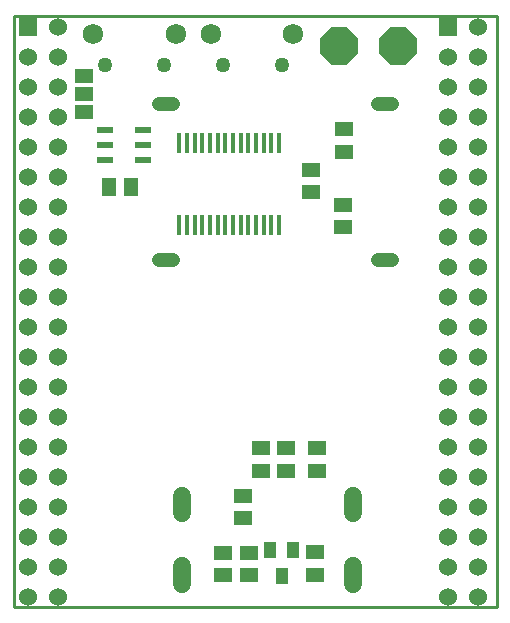
<source format=gbs>
G75*
%MOIN*%
%OFA0B0*%
%FSLAX25Y25*%
%IPPOS*%
%LPD*%
%AMOC8*
5,1,8,0,0,1.08239X$1,22.5*
%
%ADD10C,0.01000*%
%ADD11C,0.06000*%
%ADD12R,0.06000X0.06000*%
%ADD13R,0.05236X0.02087*%
%ADD14R,0.05118X0.05906*%
%ADD15C,0.06791*%
%ADD16C,0.05020*%
%ADD17C,0.04724*%
%ADD18R,0.06300X0.04600*%
%ADD19OC8,0.12500*%
%ADD20R,0.01370X0.07087*%
%ADD21C,0.05900*%
%ADD22C,0.00000*%
%ADD23C,0.03543*%
%ADD24R,0.05906X0.05118*%
%ADD25R,0.03937X0.05512*%
%ADD26R,0.06299X0.05118*%
D10*
X0045031Y0019923D02*
X0045031Y0216673D01*
X0206031Y0216673D01*
X0206031Y0019923D01*
X0045031Y0019923D01*
D11*
X0049952Y0023159D03*
X0049952Y0033159D03*
X0059952Y0033159D03*
X0059952Y0023159D03*
X0059952Y0043159D03*
X0049952Y0043159D03*
X0049952Y0053159D03*
X0049952Y0063159D03*
X0059952Y0063159D03*
X0059952Y0053159D03*
X0059952Y0073159D03*
X0049952Y0073159D03*
X0049952Y0083159D03*
X0059952Y0083159D03*
X0059952Y0093159D03*
X0049952Y0093159D03*
X0049952Y0103159D03*
X0049952Y0113159D03*
X0059952Y0113159D03*
X0059952Y0103159D03*
X0059952Y0123159D03*
X0049952Y0123159D03*
X0049952Y0133159D03*
X0059952Y0133159D03*
X0059952Y0143159D03*
X0049952Y0143159D03*
X0049952Y0153159D03*
X0049952Y0163159D03*
X0059952Y0163159D03*
X0059952Y0153159D03*
X0059952Y0173159D03*
X0049952Y0173159D03*
X0049952Y0183159D03*
X0059952Y0183159D03*
X0059952Y0193159D03*
X0049952Y0193159D03*
X0049952Y0203159D03*
X0059952Y0203159D03*
X0059952Y0213159D03*
X0189952Y0203159D03*
X0189952Y0193159D03*
X0199952Y0193159D03*
X0199952Y0203159D03*
X0199952Y0213159D03*
X0199952Y0183159D03*
X0189952Y0183159D03*
X0189952Y0173159D03*
X0199952Y0173159D03*
X0199952Y0163159D03*
X0189952Y0163159D03*
X0189952Y0153159D03*
X0189952Y0143159D03*
X0199952Y0143159D03*
X0199952Y0153159D03*
X0199952Y0133159D03*
X0189952Y0133159D03*
X0189952Y0123159D03*
X0199952Y0123159D03*
X0199952Y0113159D03*
X0189952Y0113159D03*
X0189952Y0103159D03*
X0189952Y0093159D03*
X0199952Y0093159D03*
X0199952Y0103159D03*
X0199952Y0083159D03*
X0189952Y0083159D03*
X0189952Y0073159D03*
X0199952Y0073159D03*
X0199952Y0063159D03*
X0189952Y0063159D03*
X0189952Y0053159D03*
X0189952Y0043159D03*
X0199952Y0043159D03*
X0199952Y0053159D03*
X0199952Y0033159D03*
X0189952Y0033159D03*
X0189952Y0023159D03*
X0199952Y0023159D03*
D12*
X0189952Y0213159D03*
X0049952Y0213159D03*
D13*
X0075431Y0178773D03*
X0075431Y0173773D03*
X0075431Y0168773D03*
X0088031Y0168773D03*
X0088031Y0173773D03*
X0088031Y0178773D03*
D14*
X0084221Y0159823D03*
X0076741Y0159823D03*
D15*
X0071552Y0210797D03*
X0099111Y0210797D03*
X0110752Y0210797D03*
X0138311Y0210797D03*
D16*
X0134374Y0200462D03*
X0114689Y0200462D03*
X0095174Y0200462D03*
X0075489Y0200462D03*
D17*
X0093369Y0187523D02*
X0098093Y0187523D01*
X0098093Y0135523D02*
X0093369Y0135523D01*
X0166369Y0135523D02*
X0171093Y0135523D01*
X0171093Y0187523D02*
X0166369Y0187523D01*
D18*
X0068431Y0184923D03*
X0068431Y0190923D03*
X0068431Y0196923D03*
D19*
X0153575Y0206923D03*
X0173260Y0206923D03*
D20*
X0133472Y0174429D03*
X0130913Y0174429D03*
X0128354Y0174429D03*
X0125795Y0174429D03*
X0123236Y0174429D03*
X0120677Y0174429D03*
X0118118Y0174429D03*
X0115559Y0174429D03*
X0113000Y0174429D03*
X0110441Y0174429D03*
X0107882Y0174429D03*
X0105323Y0174429D03*
X0102763Y0174429D03*
X0100204Y0174429D03*
X0100204Y0147216D03*
X0102763Y0147216D03*
X0105323Y0147216D03*
X0107882Y0147216D03*
X0110441Y0147216D03*
X0113000Y0147216D03*
X0115559Y0147216D03*
X0118118Y0147216D03*
X0120677Y0147216D03*
X0123236Y0147216D03*
X0125795Y0147216D03*
X0128354Y0147216D03*
X0130913Y0147216D03*
X0133472Y0147216D03*
D21*
X0158275Y0056971D02*
X0158275Y0051071D01*
X0158275Y0033506D02*
X0158275Y0027606D01*
X0101188Y0027606D02*
X0101188Y0033506D01*
X0101188Y0051071D02*
X0101188Y0056971D01*
D22*
X0099416Y0056974D02*
X0099418Y0057058D01*
X0099424Y0057141D01*
X0099434Y0057224D01*
X0099448Y0057307D01*
X0099465Y0057389D01*
X0099487Y0057470D01*
X0099512Y0057549D01*
X0099541Y0057628D01*
X0099574Y0057705D01*
X0099610Y0057780D01*
X0099650Y0057854D01*
X0099693Y0057926D01*
X0099740Y0057995D01*
X0099790Y0058062D01*
X0099843Y0058127D01*
X0099899Y0058189D01*
X0099957Y0058249D01*
X0100019Y0058306D01*
X0100083Y0058359D01*
X0100150Y0058410D01*
X0100219Y0058457D01*
X0100290Y0058502D01*
X0100363Y0058542D01*
X0100438Y0058579D01*
X0100515Y0058613D01*
X0100593Y0058643D01*
X0100672Y0058669D01*
X0100753Y0058692D01*
X0100835Y0058710D01*
X0100917Y0058725D01*
X0101000Y0058736D01*
X0101083Y0058743D01*
X0101167Y0058746D01*
X0101251Y0058745D01*
X0101334Y0058740D01*
X0101418Y0058731D01*
X0101500Y0058718D01*
X0101582Y0058702D01*
X0101663Y0058681D01*
X0101744Y0058657D01*
X0101822Y0058629D01*
X0101900Y0058597D01*
X0101976Y0058561D01*
X0102050Y0058522D01*
X0102122Y0058480D01*
X0102192Y0058434D01*
X0102260Y0058385D01*
X0102325Y0058333D01*
X0102388Y0058278D01*
X0102448Y0058220D01*
X0102506Y0058159D01*
X0102560Y0058095D01*
X0102612Y0058029D01*
X0102660Y0057961D01*
X0102705Y0057890D01*
X0102746Y0057817D01*
X0102785Y0057743D01*
X0102819Y0057667D01*
X0102850Y0057589D01*
X0102877Y0057510D01*
X0102901Y0057429D01*
X0102920Y0057348D01*
X0102936Y0057266D01*
X0102948Y0057183D01*
X0102956Y0057099D01*
X0102960Y0057016D01*
X0102960Y0056932D01*
X0102956Y0056849D01*
X0102948Y0056765D01*
X0102936Y0056682D01*
X0102920Y0056600D01*
X0102901Y0056519D01*
X0102877Y0056438D01*
X0102850Y0056359D01*
X0102819Y0056281D01*
X0102785Y0056205D01*
X0102746Y0056131D01*
X0102705Y0056058D01*
X0102660Y0055987D01*
X0102612Y0055919D01*
X0102560Y0055853D01*
X0102506Y0055789D01*
X0102448Y0055728D01*
X0102388Y0055670D01*
X0102325Y0055615D01*
X0102260Y0055563D01*
X0102192Y0055514D01*
X0102122Y0055468D01*
X0102050Y0055426D01*
X0101976Y0055387D01*
X0101900Y0055351D01*
X0101822Y0055319D01*
X0101744Y0055291D01*
X0101663Y0055267D01*
X0101582Y0055246D01*
X0101500Y0055230D01*
X0101418Y0055217D01*
X0101334Y0055208D01*
X0101251Y0055203D01*
X0101167Y0055202D01*
X0101083Y0055205D01*
X0101000Y0055212D01*
X0100917Y0055223D01*
X0100835Y0055238D01*
X0100753Y0055256D01*
X0100672Y0055279D01*
X0100593Y0055305D01*
X0100515Y0055335D01*
X0100438Y0055369D01*
X0100363Y0055406D01*
X0100290Y0055446D01*
X0100219Y0055491D01*
X0100150Y0055538D01*
X0100083Y0055589D01*
X0100019Y0055642D01*
X0099957Y0055699D01*
X0099899Y0055759D01*
X0099843Y0055821D01*
X0099790Y0055886D01*
X0099740Y0055953D01*
X0099693Y0056022D01*
X0099650Y0056094D01*
X0099610Y0056168D01*
X0099574Y0056243D01*
X0099541Y0056320D01*
X0099512Y0056399D01*
X0099487Y0056478D01*
X0099465Y0056559D01*
X0099448Y0056641D01*
X0099434Y0056724D01*
X0099424Y0056807D01*
X0099418Y0056890D01*
X0099416Y0056974D01*
X0099416Y0055202D02*
X0099418Y0055286D01*
X0099424Y0055369D01*
X0099434Y0055452D01*
X0099448Y0055535D01*
X0099465Y0055617D01*
X0099487Y0055698D01*
X0099512Y0055777D01*
X0099541Y0055856D01*
X0099574Y0055933D01*
X0099610Y0056008D01*
X0099650Y0056082D01*
X0099693Y0056154D01*
X0099740Y0056223D01*
X0099790Y0056290D01*
X0099843Y0056355D01*
X0099899Y0056417D01*
X0099957Y0056477D01*
X0100019Y0056534D01*
X0100083Y0056587D01*
X0100150Y0056638D01*
X0100219Y0056685D01*
X0100290Y0056730D01*
X0100363Y0056770D01*
X0100438Y0056807D01*
X0100515Y0056841D01*
X0100593Y0056871D01*
X0100672Y0056897D01*
X0100753Y0056920D01*
X0100835Y0056938D01*
X0100917Y0056953D01*
X0101000Y0056964D01*
X0101083Y0056971D01*
X0101167Y0056974D01*
X0101251Y0056973D01*
X0101334Y0056968D01*
X0101418Y0056959D01*
X0101500Y0056946D01*
X0101582Y0056930D01*
X0101663Y0056909D01*
X0101744Y0056885D01*
X0101822Y0056857D01*
X0101900Y0056825D01*
X0101976Y0056789D01*
X0102050Y0056750D01*
X0102122Y0056708D01*
X0102192Y0056662D01*
X0102260Y0056613D01*
X0102325Y0056561D01*
X0102388Y0056506D01*
X0102448Y0056448D01*
X0102506Y0056387D01*
X0102560Y0056323D01*
X0102612Y0056257D01*
X0102660Y0056189D01*
X0102705Y0056118D01*
X0102746Y0056045D01*
X0102785Y0055971D01*
X0102819Y0055895D01*
X0102850Y0055817D01*
X0102877Y0055738D01*
X0102901Y0055657D01*
X0102920Y0055576D01*
X0102936Y0055494D01*
X0102948Y0055411D01*
X0102956Y0055327D01*
X0102960Y0055244D01*
X0102960Y0055160D01*
X0102956Y0055077D01*
X0102948Y0054993D01*
X0102936Y0054910D01*
X0102920Y0054828D01*
X0102901Y0054747D01*
X0102877Y0054666D01*
X0102850Y0054587D01*
X0102819Y0054509D01*
X0102785Y0054433D01*
X0102746Y0054359D01*
X0102705Y0054286D01*
X0102660Y0054215D01*
X0102612Y0054147D01*
X0102560Y0054081D01*
X0102506Y0054017D01*
X0102448Y0053956D01*
X0102388Y0053898D01*
X0102325Y0053843D01*
X0102260Y0053791D01*
X0102192Y0053742D01*
X0102122Y0053696D01*
X0102050Y0053654D01*
X0101976Y0053615D01*
X0101900Y0053579D01*
X0101822Y0053547D01*
X0101744Y0053519D01*
X0101663Y0053495D01*
X0101582Y0053474D01*
X0101500Y0053458D01*
X0101418Y0053445D01*
X0101334Y0053436D01*
X0101251Y0053431D01*
X0101167Y0053430D01*
X0101083Y0053433D01*
X0101000Y0053440D01*
X0100917Y0053451D01*
X0100835Y0053466D01*
X0100753Y0053484D01*
X0100672Y0053507D01*
X0100593Y0053533D01*
X0100515Y0053563D01*
X0100438Y0053597D01*
X0100363Y0053634D01*
X0100290Y0053674D01*
X0100219Y0053719D01*
X0100150Y0053766D01*
X0100083Y0053817D01*
X0100019Y0053870D01*
X0099957Y0053927D01*
X0099899Y0053987D01*
X0099843Y0054049D01*
X0099790Y0054114D01*
X0099740Y0054181D01*
X0099693Y0054250D01*
X0099650Y0054322D01*
X0099610Y0054396D01*
X0099574Y0054471D01*
X0099541Y0054548D01*
X0099512Y0054627D01*
X0099487Y0054706D01*
X0099465Y0054787D01*
X0099448Y0054869D01*
X0099434Y0054952D01*
X0099424Y0055035D01*
X0099418Y0055118D01*
X0099416Y0055202D01*
X0099416Y0052840D02*
X0099418Y0052924D01*
X0099424Y0053007D01*
X0099434Y0053090D01*
X0099448Y0053173D01*
X0099465Y0053255D01*
X0099487Y0053336D01*
X0099512Y0053415D01*
X0099541Y0053494D01*
X0099574Y0053571D01*
X0099610Y0053646D01*
X0099650Y0053720D01*
X0099693Y0053792D01*
X0099740Y0053861D01*
X0099790Y0053928D01*
X0099843Y0053993D01*
X0099899Y0054055D01*
X0099957Y0054115D01*
X0100019Y0054172D01*
X0100083Y0054225D01*
X0100150Y0054276D01*
X0100219Y0054323D01*
X0100290Y0054368D01*
X0100363Y0054408D01*
X0100438Y0054445D01*
X0100515Y0054479D01*
X0100593Y0054509D01*
X0100672Y0054535D01*
X0100753Y0054558D01*
X0100835Y0054576D01*
X0100917Y0054591D01*
X0101000Y0054602D01*
X0101083Y0054609D01*
X0101167Y0054612D01*
X0101251Y0054611D01*
X0101334Y0054606D01*
X0101418Y0054597D01*
X0101500Y0054584D01*
X0101582Y0054568D01*
X0101663Y0054547D01*
X0101744Y0054523D01*
X0101822Y0054495D01*
X0101900Y0054463D01*
X0101976Y0054427D01*
X0102050Y0054388D01*
X0102122Y0054346D01*
X0102192Y0054300D01*
X0102260Y0054251D01*
X0102325Y0054199D01*
X0102388Y0054144D01*
X0102448Y0054086D01*
X0102506Y0054025D01*
X0102560Y0053961D01*
X0102612Y0053895D01*
X0102660Y0053827D01*
X0102705Y0053756D01*
X0102746Y0053683D01*
X0102785Y0053609D01*
X0102819Y0053533D01*
X0102850Y0053455D01*
X0102877Y0053376D01*
X0102901Y0053295D01*
X0102920Y0053214D01*
X0102936Y0053132D01*
X0102948Y0053049D01*
X0102956Y0052965D01*
X0102960Y0052882D01*
X0102960Y0052798D01*
X0102956Y0052715D01*
X0102948Y0052631D01*
X0102936Y0052548D01*
X0102920Y0052466D01*
X0102901Y0052385D01*
X0102877Y0052304D01*
X0102850Y0052225D01*
X0102819Y0052147D01*
X0102785Y0052071D01*
X0102746Y0051997D01*
X0102705Y0051924D01*
X0102660Y0051853D01*
X0102612Y0051785D01*
X0102560Y0051719D01*
X0102506Y0051655D01*
X0102448Y0051594D01*
X0102388Y0051536D01*
X0102325Y0051481D01*
X0102260Y0051429D01*
X0102192Y0051380D01*
X0102122Y0051334D01*
X0102050Y0051292D01*
X0101976Y0051253D01*
X0101900Y0051217D01*
X0101822Y0051185D01*
X0101744Y0051157D01*
X0101663Y0051133D01*
X0101582Y0051112D01*
X0101500Y0051096D01*
X0101418Y0051083D01*
X0101334Y0051074D01*
X0101251Y0051069D01*
X0101167Y0051068D01*
X0101083Y0051071D01*
X0101000Y0051078D01*
X0100917Y0051089D01*
X0100835Y0051104D01*
X0100753Y0051122D01*
X0100672Y0051145D01*
X0100593Y0051171D01*
X0100515Y0051201D01*
X0100438Y0051235D01*
X0100363Y0051272D01*
X0100290Y0051312D01*
X0100219Y0051357D01*
X0100150Y0051404D01*
X0100083Y0051455D01*
X0100019Y0051508D01*
X0099957Y0051565D01*
X0099899Y0051625D01*
X0099843Y0051687D01*
X0099790Y0051752D01*
X0099740Y0051819D01*
X0099693Y0051888D01*
X0099650Y0051960D01*
X0099610Y0052034D01*
X0099574Y0052109D01*
X0099541Y0052186D01*
X0099512Y0052265D01*
X0099487Y0052344D01*
X0099465Y0052425D01*
X0099448Y0052507D01*
X0099434Y0052590D01*
X0099424Y0052673D01*
X0099418Y0052756D01*
X0099416Y0052840D01*
X0099416Y0051068D02*
X0099418Y0051152D01*
X0099424Y0051235D01*
X0099434Y0051318D01*
X0099448Y0051401D01*
X0099465Y0051483D01*
X0099487Y0051564D01*
X0099512Y0051643D01*
X0099541Y0051722D01*
X0099574Y0051799D01*
X0099610Y0051874D01*
X0099650Y0051948D01*
X0099693Y0052020D01*
X0099740Y0052089D01*
X0099790Y0052156D01*
X0099843Y0052221D01*
X0099899Y0052283D01*
X0099957Y0052343D01*
X0100019Y0052400D01*
X0100083Y0052453D01*
X0100150Y0052504D01*
X0100219Y0052551D01*
X0100290Y0052596D01*
X0100363Y0052636D01*
X0100438Y0052673D01*
X0100515Y0052707D01*
X0100593Y0052737D01*
X0100672Y0052763D01*
X0100753Y0052786D01*
X0100835Y0052804D01*
X0100917Y0052819D01*
X0101000Y0052830D01*
X0101083Y0052837D01*
X0101167Y0052840D01*
X0101251Y0052839D01*
X0101334Y0052834D01*
X0101418Y0052825D01*
X0101500Y0052812D01*
X0101582Y0052796D01*
X0101663Y0052775D01*
X0101744Y0052751D01*
X0101822Y0052723D01*
X0101900Y0052691D01*
X0101976Y0052655D01*
X0102050Y0052616D01*
X0102122Y0052574D01*
X0102192Y0052528D01*
X0102260Y0052479D01*
X0102325Y0052427D01*
X0102388Y0052372D01*
X0102448Y0052314D01*
X0102506Y0052253D01*
X0102560Y0052189D01*
X0102612Y0052123D01*
X0102660Y0052055D01*
X0102705Y0051984D01*
X0102746Y0051911D01*
X0102785Y0051837D01*
X0102819Y0051761D01*
X0102850Y0051683D01*
X0102877Y0051604D01*
X0102901Y0051523D01*
X0102920Y0051442D01*
X0102936Y0051360D01*
X0102948Y0051277D01*
X0102956Y0051193D01*
X0102960Y0051110D01*
X0102960Y0051026D01*
X0102956Y0050943D01*
X0102948Y0050859D01*
X0102936Y0050776D01*
X0102920Y0050694D01*
X0102901Y0050613D01*
X0102877Y0050532D01*
X0102850Y0050453D01*
X0102819Y0050375D01*
X0102785Y0050299D01*
X0102746Y0050225D01*
X0102705Y0050152D01*
X0102660Y0050081D01*
X0102612Y0050013D01*
X0102560Y0049947D01*
X0102506Y0049883D01*
X0102448Y0049822D01*
X0102388Y0049764D01*
X0102325Y0049709D01*
X0102260Y0049657D01*
X0102192Y0049608D01*
X0102122Y0049562D01*
X0102050Y0049520D01*
X0101976Y0049481D01*
X0101900Y0049445D01*
X0101822Y0049413D01*
X0101744Y0049385D01*
X0101663Y0049361D01*
X0101582Y0049340D01*
X0101500Y0049324D01*
X0101418Y0049311D01*
X0101334Y0049302D01*
X0101251Y0049297D01*
X0101167Y0049296D01*
X0101083Y0049299D01*
X0101000Y0049306D01*
X0100917Y0049317D01*
X0100835Y0049332D01*
X0100753Y0049350D01*
X0100672Y0049373D01*
X0100593Y0049399D01*
X0100515Y0049429D01*
X0100438Y0049463D01*
X0100363Y0049500D01*
X0100290Y0049540D01*
X0100219Y0049585D01*
X0100150Y0049632D01*
X0100083Y0049683D01*
X0100019Y0049736D01*
X0099957Y0049793D01*
X0099899Y0049853D01*
X0099843Y0049915D01*
X0099790Y0049980D01*
X0099740Y0050047D01*
X0099693Y0050116D01*
X0099650Y0050188D01*
X0099610Y0050262D01*
X0099574Y0050337D01*
X0099541Y0050414D01*
X0099512Y0050493D01*
X0099487Y0050572D01*
X0099465Y0050653D01*
X0099448Y0050735D01*
X0099434Y0050818D01*
X0099424Y0050901D01*
X0099418Y0050984D01*
X0099416Y0051068D01*
X0099416Y0033549D02*
X0099418Y0033633D01*
X0099424Y0033716D01*
X0099434Y0033799D01*
X0099448Y0033882D01*
X0099465Y0033964D01*
X0099487Y0034045D01*
X0099512Y0034124D01*
X0099541Y0034203D01*
X0099574Y0034280D01*
X0099610Y0034355D01*
X0099650Y0034429D01*
X0099693Y0034501D01*
X0099740Y0034570D01*
X0099790Y0034637D01*
X0099843Y0034702D01*
X0099899Y0034764D01*
X0099957Y0034824D01*
X0100019Y0034881D01*
X0100083Y0034934D01*
X0100150Y0034985D01*
X0100219Y0035032D01*
X0100290Y0035077D01*
X0100363Y0035117D01*
X0100438Y0035154D01*
X0100515Y0035188D01*
X0100593Y0035218D01*
X0100672Y0035244D01*
X0100753Y0035267D01*
X0100835Y0035285D01*
X0100917Y0035300D01*
X0101000Y0035311D01*
X0101083Y0035318D01*
X0101167Y0035321D01*
X0101251Y0035320D01*
X0101334Y0035315D01*
X0101418Y0035306D01*
X0101500Y0035293D01*
X0101582Y0035277D01*
X0101663Y0035256D01*
X0101744Y0035232D01*
X0101822Y0035204D01*
X0101900Y0035172D01*
X0101976Y0035136D01*
X0102050Y0035097D01*
X0102122Y0035055D01*
X0102192Y0035009D01*
X0102260Y0034960D01*
X0102325Y0034908D01*
X0102388Y0034853D01*
X0102448Y0034795D01*
X0102506Y0034734D01*
X0102560Y0034670D01*
X0102612Y0034604D01*
X0102660Y0034536D01*
X0102705Y0034465D01*
X0102746Y0034392D01*
X0102785Y0034318D01*
X0102819Y0034242D01*
X0102850Y0034164D01*
X0102877Y0034085D01*
X0102901Y0034004D01*
X0102920Y0033923D01*
X0102936Y0033841D01*
X0102948Y0033758D01*
X0102956Y0033674D01*
X0102960Y0033591D01*
X0102960Y0033507D01*
X0102956Y0033424D01*
X0102948Y0033340D01*
X0102936Y0033257D01*
X0102920Y0033175D01*
X0102901Y0033094D01*
X0102877Y0033013D01*
X0102850Y0032934D01*
X0102819Y0032856D01*
X0102785Y0032780D01*
X0102746Y0032706D01*
X0102705Y0032633D01*
X0102660Y0032562D01*
X0102612Y0032494D01*
X0102560Y0032428D01*
X0102506Y0032364D01*
X0102448Y0032303D01*
X0102388Y0032245D01*
X0102325Y0032190D01*
X0102260Y0032138D01*
X0102192Y0032089D01*
X0102122Y0032043D01*
X0102050Y0032001D01*
X0101976Y0031962D01*
X0101900Y0031926D01*
X0101822Y0031894D01*
X0101744Y0031866D01*
X0101663Y0031842D01*
X0101582Y0031821D01*
X0101500Y0031805D01*
X0101418Y0031792D01*
X0101334Y0031783D01*
X0101251Y0031778D01*
X0101167Y0031777D01*
X0101083Y0031780D01*
X0101000Y0031787D01*
X0100917Y0031798D01*
X0100835Y0031813D01*
X0100753Y0031831D01*
X0100672Y0031854D01*
X0100593Y0031880D01*
X0100515Y0031910D01*
X0100438Y0031944D01*
X0100363Y0031981D01*
X0100290Y0032021D01*
X0100219Y0032066D01*
X0100150Y0032113D01*
X0100083Y0032164D01*
X0100019Y0032217D01*
X0099957Y0032274D01*
X0099899Y0032334D01*
X0099843Y0032396D01*
X0099790Y0032461D01*
X0099740Y0032528D01*
X0099693Y0032597D01*
X0099650Y0032669D01*
X0099610Y0032743D01*
X0099574Y0032818D01*
X0099541Y0032895D01*
X0099512Y0032974D01*
X0099487Y0033053D01*
X0099465Y0033134D01*
X0099448Y0033216D01*
X0099434Y0033299D01*
X0099424Y0033382D01*
X0099418Y0033465D01*
X0099416Y0033549D01*
X0099416Y0031777D02*
X0099418Y0031861D01*
X0099424Y0031944D01*
X0099434Y0032027D01*
X0099448Y0032110D01*
X0099465Y0032192D01*
X0099487Y0032273D01*
X0099512Y0032352D01*
X0099541Y0032431D01*
X0099574Y0032508D01*
X0099610Y0032583D01*
X0099650Y0032657D01*
X0099693Y0032729D01*
X0099740Y0032798D01*
X0099790Y0032865D01*
X0099843Y0032930D01*
X0099899Y0032992D01*
X0099957Y0033052D01*
X0100019Y0033109D01*
X0100083Y0033162D01*
X0100150Y0033213D01*
X0100219Y0033260D01*
X0100290Y0033305D01*
X0100363Y0033345D01*
X0100438Y0033382D01*
X0100515Y0033416D01*
X0100593Y0033446D01*
X0100672Y0033472D01*
X0100753Y0033495D01*
X0100835Y0033513D01*
X0100917Y0033528D01*
X0101000Y0033539D01*
X0101083Y0033546D01*
X0101167Y0033549D01*
X0101251Y0033548D01*
X0101334Y0033543D01*
X0101418Y0033534D01*
X0101500Y0033521D01*
X0101582Y0033505D01*
X0101663Y0033484D01*
X0101744Y0033460D01*
X0101822Y0033432D01*
X0101900Y0033400D01*
X0101976Y0033364D01*
X0102050Y0033325D01*
X0102122Y0033283D01*
X0102192Y0033237D01*
X0102260Y0033188D01*
X0102325Y0033136D01*
X0102388Y0033081D01*
X0102448Y0033023D01*
X0102506Y0032962D01*
X0102560Y0032898D01*
X0102612Y0032832D01*
X0102660Y0032764D01*
X0102705Y0032693D01*
X0102746Y0032620D01*
X0102785Y0032546D01*
X0102819Y0032470D01*
X0102850Y0032392D01*
X0102877Y0032313D01*
X0102901Y0032232D01*
X0102920Y0032151D01*
X0102936Y0032069D01*
X0102948Y0031986D01*
X0102956Y0031902D01*
X0102960Y0031819D01*
X0102960Y0031735D01*
X0102956Y0031652D01*
X0102948Y0031568D01*
X0102936Y0031485D01*
X0102920Y0031403D01*
X0102901Y0031322D01*
X0102877Y0031241D01*
X0102850Y0031162D01*
X0102819Y0031084D01*
X0102785Y0031008D01*
X0102746Y0030934D01*
X0102705Y0030861D01*
X0102660Y0030790D01*
X0102612Y0030722D01*
X0102560Y0030656D01*
X0102506Y0030592D01*
X0102448Y0030531D01*
X0102388Y0030473D01*
X0102325Y0030418D01*
X0102260Y0030366D01*
X0102192Y0030317D01*
X0102122Y0030271D01*
X0102050Y0030229D01*
X0101976Y0030190D01*
X0101900Y0030154D01*
X0101822Y0030122D01*
X0101744Y0030094D01*
X0101663Y0030070D01*
X0101582Y0030049D01*
X0101500Y0030033D01*
X0101418Y0030020D01*
X0101334Y0030011D01*
X0101251Y0030006D01*
X0101167Y0030005D01*
X0101083Y0030008D01*
X0101000Y0030015D01*
X0100917Y0030026D01*
X0100835Y0030041D01*
X0100753Y0030059D01*
X0100672Y0030082D01*
X0100593Y0030108D01*
X0100515Y0030138D01*
X0100438Y0030172D01*
X0100363Y0030209D01*
X0100290Y0030249D01*
X0100219Y0030294D01*
X0100150Y0030341D01*
X0100083Y0030392D01*
X0100019Y0030445D01*
X0099957Y0030502D01*
X0099899Y0030562D01*
X0099843Y0030624D01*
X0099790Y0030689D01*
X0099740Y0030756D01*
X0099693Y0030825D01*
X0099650Y0030897D01*
X0099610Y0030971D01*
X0099574Y0031046D01*
X0099541Y0031123D01*
X0099512Y0031202D01*
X0099487Y0031281D01*
X0099465Y0031362D01*
X0099448Y0031444D01*
X0099434Y0031527D01*
X0099424Y0031610D01*
X0099418Y0031693D01*
X0099416Y0031777D01*
X0099416Y0029415D02*
X0099418Y0029499D01*
X0099424Y0029582D01*
X0099434Y0029665D01*
X0099448Y0029748D01*
X0099465Y0029830D01*
X0099487Y0029911D01*
X0099512Y0029990D01*
X0099541Y0030069D01*
X0099574Y0030146D01*
X0099610Y0030221D01*
X0099650Y0030295D01*
X0099693Y0030367D01*
X0099740Y0030436D01*
X0099790Y0030503D01*
X0099843Y0030568D01*
X0099899Y0030630D01*
X0099957Y0030690D01*
X0100019Y0030747D01*
X0100083Y0030800D01*
X0100150Y0030851D01*
X0100219Y0030898D01*
X0100290Y0030943D01*
X0100363Y0030983D01*
X0100438Y0031020D01*
X0100515Y0031054D01*
X0100593Y0031084D01*
X0100672Y0031110D01*
X0100753Y0031133D01*
X0100835Y0031151D01*
X0100917Y0031166D01*
X0101000Y0031177D01*
X0101083Y0031184D01*
X0101167Y0031187D01*
X0101251Y0031186D01*
X0101334Y0031181D01*
X0101418Y0031172D01*
X0101500Y0031159D01*
X0101582Y0031143D01*
X0101663Y0031122D01*
X0101744Y0031098D01*
X0101822Y0031070D01*
X0101900Y0031038D01*
X0101976Y0031002D01*
X0102050Y0030963D01*
X0102122Y0030921D01*
X0102192Y0030875D01*
X0102260Y0030826D01*
X0102325Y0030774D01*
X0102388Y0030719D01*
X0102448Y0030661D01*
X0102506Y0030600D01*
X0102560Y0030536D01*
X0102612Y0030470D01*
X0102660Y0030402D01*
X0102705Y0030331D01*
X0102746Y0030258D01*
X0102785Y0030184D01*
X0102819Y0030108D01*
X0102850Y0030030D01*
X0102877Y0029951D01*
X0102901Y0029870D01*
X0102920Y0029789D01*
X0102936Y0029707D01*
X0102948Y0029624D01*
X0102956Y0029540D01*
X0102960Y0029457D01*
X0102960Y0029373D01*
X0102956Y0029290D01*
X0102948Y0029206D01*
X0102936Y0029123D01*
X0102920Y0029041D01*
X0102901Y0028960D01*
X0102877Y0028879D01*
X0102850Y0028800D01*
X0102819Y0028722D01*
X0102785Y0028646D01*
X0102746Y0028572D01*
X0102705Y0028499D01*
X0102660Y0028428D01*
X0102612Y0028360D01*
X0102560Y0028294D01*
X0102506Y0028230D01*
X0102448Y0028169D01*
X0102388Y0028111D01*
X0102325Y0028056D01*
X0102260Y0028004D01*
X0102192Y0027955D01*
X0102122Y0027909D01*
X0102050Y0027867D01*
X0101976Y0027828D01*
X0101900Y0027792D01*
X0101822Y0027760D01*
X0101744Y0027732D01*
X0101663Y0027708D01*
X0101582Y0027687D01*
X0101500Y0027671D01*
X0101418Y0027658D01*
X0101334Y0027649D01*
X0101251Y0027644D01*
X0101167Y0027643D01*
X0101083Y0027646D01*
X0101000Y0027653D01*
X0100917Y0027664D01*
X0100835Y0027679D01*
X0100753Y0027697D01*
X0100672Y0027720D01*
X0100593Y0027746D01*
X0100515Y0027776D01*
X0100438Y0027810D01*
X0100363Y0027847D01*
X0100290Y0027887D01*
X0100219Y0027932D01*
X0100150Y0027979D01*
X0100083Y0028030D01*
X0100019Y0028083D01*
X0099957Y0028140D01*
X0099899Y0028200D01*
X0099843Y0028262D01*
X0099790Y0028327D01*
X0099740Y0028394D01*
X0099693Y0028463D01*
X0099650Y0028535D01*
X0099610Y0028609D01*
X0099574Y0028684D01*
X0099541Y0028761D01*
X0099512Y0028840D01*
X0099487Y0028919D01*
X0099465Y0029000D01*
X0099448Y0029082D01*
X0099434Y0029165D01*
X0099424Y0029248D01*
X0099418Y0029331D01*
X0099416Y0029415D01*
X0099416Y0027643D02*
X0099418Y0027727D01*
X0099424Y0027810D01*
X0099434Y0027893D01*
X0099448Y0027976D01*
X0099465Y0028058D01*
X0099487Y0028139D01*
X0099512Y0028218D01*
X0099541Y0028297D01*
X0099574Y0028374D01*
X0099610Y0028449D01*
X0099650Y0028523D01*
X0099693Y0028595D01*
X0099740Y0028664D01*
X0099790Y0028731D01*
X0099843Y0028796D01*
X0099899Y0028858D01*
X0099957Y0028918D01*
X0100019Y0028975D01*
X0100083Y0029028D01*
X0100150Y0029079D01*
X0100219Y0029126D01*
X0100290Y0029171D01*
X0100363Y0029211D01*
X0100438Y0029248D01*
X0100515Y0029282D01*
X0100593Y0029312D01*
X0100672Y0029338D01*
X0100753Y0029361D01*
X0100835Y0029379D01*
X0100917Y0029394D01*
X0101000Y0029405D01*
X0101083Y0029412D01*
X0101167Y0029415D01*
X0101251Y0029414D01*
X0101334Y0029409D01*
X0101418Y0029400D01*
X0101500Y0029387D01*
X0101582Y0029371D01*
X0101663Y0029350D01*
X0101744Y0029326D01*
X0101822Y0029298D01*
X0101900Y0029266D01*
X0101976Y0029230D01*
X0102050Y0029191D01*
X0102122Y0029149D01*
X0102192Y0029103D01*
X0102260Y0029054D01*
X0102325Y0029002D01*
X0102388Y0028947D01*
X0102448Y0028889D01*
X0102506Y0028828D01*
X0102560Y0028764D01*
X0102612Y0028698D01*
X0102660Y0028630D01*
X0102705Y0028559D01*
X0102746Y0028486D01*
X0102785Y0028412D01*
X0102819Y0028336D01*
X0102850Y0028258D01*
X0102877Y0028179D01*
X0102901Y0028098D01*
X0102920Y0028017D01*
X0102936Y0027935D01*
X0102948Y0027852D01*
X0102956Y0027768D01*
X0102960Y0027685D01*
X0102960Y0027601D01*
X0102956Y0027518D01*
X0102948Y0027434D01*
X0102936Y0027351D01*
X0102920Y0027269D01*
X0102901Y0027188D01*
X0102877Y0027107D01*
X0102850Y0027028D01*
X0102819Y0026950D01*
X0102785Y0026874D01*
X0102746Y0026800D01*
X0102705Y0026727D01*
X0102660Y0026656D01*
X0102612Y0026588D01*
X0102560Y0026522D01*
X0102506Y0026458D01*
X0102448Y0026397D01*
X0102388Y0026339D01*
X0102325Y0026284D01*
X0102260Y0026232D01*
X0102192Y0026183D01*
X0102122Y0026137D01*
X0102050Y0026095D01*
X0101976Y0026056D01*
X0101900Y0026020D01*
X0101822Y0025988D01*
X0101744Y0025960D01*
X0101663Y0025936D01*
X0101582Y0025915D01*
X0101500Y0025899D01*
X0101418Y0025886D01*
X0101334Y0025877D01*
X0101251Y0025872D01*
X0101167Y0025871D01*
X0101083Y0025874D01*
X0101000Y0025881D01*
X0100917Y0025892D01*
X0100835Y0025907D01*
X0100753Y0025925D01*
X0100672Y0025948D01*
X0100593Y0025974D01*
X0100515Y0026004D01*
X0100438Y0026038D01*
X0100363Y0026075D01*
X0100290Y0026115D01*
X0100219Y0026160D01*
X0100150Y0026207D01*
X0100083Y0026258D01*
X0100019Y0026311D01*
X0099957Y0026368D01*
X0099899Y0026428D01*
X0099843Y0026490D01*
X0099790Y0026555D01*
X0099740Y0026622D01*
X0099693Y0026691D01*
X0099650Y0026763D01*
X0099610Y0026837D01*
X0099574Y0026912D01*
X0099541Y0026989D01*
X0099512Y0027068D01*
X0099487Y0027147D01*
X0099465Y0027228D01*
X0099448Y0027310D01*
X0099434Y0027393D01*
X0099424Y0027476D01*
X0099418Y0027559D01*
X0099416Y0027643D01*
X0156503Y0027643D02*
X0156505Y0027727D01*
X0156511Y0027810D01*
X0156521Y0027893D01*
X0156535Y0027976D01*
X0156552Y0028058D01*
X0156574Y0028139D01*
X0156599Y0028218D01*
X0156628Y0028297D01*
X0156661Y0028374D01*
X0156697Y0028449D01*
X0156737Y0028523D01*
X0156780Y0028595D01*
X0156827Y0028664D01*
X0156877Y0028731D01*
X0156930Y0028796D01*
X0156986Y0028858D01*
X0157044Y0028918D01*
X0157106Y0028975D01*
X0157170Y0029028D01*
X0157237Y0029079D01*
X0157306Y0029126D01*
X0157377Y0029171D01*
X0157450Y0029211D01*
X0157525Y0029248D01*
X0157602Y0029282D01*
X0157680Y0029312D01*
X0157759Y0029338D01*
X0157840Y0029361D01*
X0157922Y0029379D01*
X0158004Y0029394D01*
X0158087Y0029405D01*
X0158170Y0029412D01*
X0158254Y0029415D01*
X0158338Y0029414D01*
X0158421Y0029409D01*
X0158505Y0029400D01*
X0158587Y0029387D01*
X0158669Y0029371D01*
X0158750Y0029350D01*
X0158831Y0029326D01*
X0158909Y0029298D01*
X0158987Y0029266D01*
X0159063Y0029230D01*
X0159137Y0029191D01*
X0159209Y0029149D01*
X0159279Y0029103D01*
X0159347Y0029054D01*
X0159412Y0029002D01*
X0159475Y0028947D01*
X0159535Y0028889D01*
X0159593Y0028828D01*
X0159647Y0028764D01*
X0159699Y0028698D01*
X0159747Y0028630D01*
X0159792Y0028559D01*
X0159833Y0028486D01*
X0159872Y0028412D01*
X0159906Y0028336D01*
X0159937Y0028258D01*
X0159964Y0028179D01*
X0159988Y0028098D01*
X0160007Y0028017D01*
X0160023Y0027935D01*
X0160035Y0027852D01*
X0160043Y0027768D01*
X0160047Y0027685D01*
X0160047Y0027601D01*
X0160043Y0027518D01*
X0160035Y0027434D01*
X0160023Y0027351D01*
X0160007Y0027269D01*
X0159988Y0027188D01*
X0159964Y0027107D01*
X0159937Y0027028D01*
X0159906Y0026950D01*
X0159872Y0026874D01*
X0159833Y0026800D01*
X0159792Y0026727D01*
X0159747Y0026656D01*
X0159699Y0026588D01*
X0159647Y0026522D01*
X0159593Y0026458D01*
X0159535Y0026397D01*
X0159475Y0026339D01*
X0159412Y0026284D01*
X0159347Y0026232D01*
X0159279Y0026183D01*
X0159209Y0026137D01*
X0159137Y0026095D01*
X0159063Y0026056D01*
X0158987Y0026020D01*
X0158909Y0025988D01*
X0158831Y0025960D01*
X0158750Y0025936D01*
X0158669Y0025915D01*
X0158587Y0025899D01*
X0158505Y0025886D01*
X0158421Y0025877D01*
X0158338Y0025872D01*
X0158254Y0025871D01*
X0158170Y0025874D01*
X0158087Y0025881D01*
X0158004Y0025892D01*
X0157922Y0025907D01*
X0157840Y0025925D01*
X0157759Y0025948D01*
X0157680Y0025974D01*
X0157602Y0026004D01*
X0157525Y0026038D01*
X0157450Y0026075D01*
X0157377Y0026115D01*
X0157306Y0026160D01*
X0157237Y0026207D01*
X0157170Y0026258D01*
X0157106Y0026311D01*
X0157044Y0026368D01*
X0156986Y0026428D01*
X0156930Y0026490D01*
X0156877Y0026555D01*
X0156827Y0026622D01*
X0156780Y0026691D01*
X0156737Y0026763D01*
X0156697Y0026837D01*
X0156661Y0026912D01*
X0156628Y0026989D01*
X0156599Y0027068D01*
X0156574Y0027147D01*
X0156552Y0027228D01*
X0156535Y0027310D01*
X0156521Y0027393D01*
X0156511Y0027476D01*
X0156505Y0027559D01*
X0156503Y0027643D01*
X0156503Y0029415D02*
X0156505Y0029499D01*
X0156511Y0029582D01*
X0156521Y0029665D01*
X0156535Y0029748D01*
X0156552Y0029830D01*
X0156574Y0029911D01*
X0156599Y0029990D01*
X0156628Y0030069D01*
X0156661Y0030146D01*
X0156697Y0030221D01*
X0156737Y0030295D01*
X0156780Y0030367D01*
X0156827Y0030436D01*
X0156877Y0030503D01*
X0156930Y0030568D01*
X0156986Y0030630D01*
X0157044Y0030690D01*
X0157106Y0030747D01*
X0157170Y0030800D01*
X0157237Y0030851D01*
X0157306Y0030898D01*
X0157377Y0030943D01*
X0157450Y0030983D01*
X0157525Y0031020D01*
X0157602Y0031054D01*
X0157680Y0031084D01*
X0157759Y0031110D01*
X0157840Y0031133D01*
X0157922Y0031151D01*
X0158004Y0031166D01*
X0158087Y0031177D01*
X0158170Y0031184D01*
X0158254Y0031187D01*
X0158338Y0031186D01*
X0158421Y0031181D01*
X0158505Y0031172D01*
X0158587Y0031159D01*
X0158669Y0031143D01*
X0158750Y0031122D01*
X0158831Y0031098D01*
X0158909Y0031070D01*
X0158987Y0031038D01*
X0159063Y0031002D01*
X0159137Y0030963D01*
X0159209Y0030921D01*
X0159279Y0030875D01*
X0159347Y0030826D01*
X0159412Y0030774D01*
X0159475Y0030719D01*
X0159535Y0030661D01*
X0159593Y0030600D01*
X0159647Y0030536D01*
X0159699Y0030470D01*
X0159747Y0030402D01*
X0159792Y0030331D01*
X0159833Y0030258D01*
X0159872Y0030184D01*
X0159906Y0030108D01*
X0159937Y0030030D01*
X0159964Y0029951D01*
X0159988Y0029870D01*
X0160007Y0029789D01*
X0160023Y0029707D01*
X0160035Y0029624D01*
X0160043Y0029540D01*
X0160047Y0029457D01*
X0160047Y0029373D01*
X0160043Y0029290D01*
X0160035Y0029206D01*
X0160023Y0029123D01*
X0160007Y0029041D01*
X0159988Y0028960D01*
X0159964Y0028879D01*
X0159937Y0028800D01*
X0159906Y0028722D01*
X0159872Y0028646D01*
X0159833Y0028572D01*
X0159792Y0028499D01*
X0159747Y0028428D01*
X0159699Y0028360D01*
X0159647Y0028294D01*
X0159593Y0028230D01*
X0159535Y0028169D01*
X0159475Y0028111D01*
X0159412Y0028056D01*
X0159347Y0028004D01*
X0159279Y0027955D01*
X0159209Y0027909D01*
X0159137Y0027867D01*
X0159063Y0027828D01*
X0158987Y0027792D01*
X0158909Y0027760D01*
X0158831Y0027732D01*
X0158750Y0027708D01*
X0158669Y0027687D01*
X0158587Y0027671D01*
X0158505Y0027658D01*
X0158421Y0027649D01*
X0158338Y0027644D01*
X0158254Y0027643D01*
X0158170Y0027646D01*
X0158087Y0027653D01*
X0158004Y0027664D01*
X0157922Y0027679D01*
X0157840Y0027697D01*
X0157759Y0027720D01*
X0157680Y0027746D01*
X0157602Y0027776D01*
X0157525Y0027810D01*
X0157450Y0027847D01*
X0157377Y0027887D01*
X0157306Y0027932D01*
X0157237Y0027979D01*
X0157170Y0028030D01*
X0157106Y0028083D01*
X0157044Y0028140D01*
X0156986Y0028200D01*
X0156930Y0028262D01*
X0156877Y0028327D01*
X0156827Y0028394D01*
X0156780Y0028463D01*
X0156737Y0028535D01*
X0156697Y0028609D01*
X0156661Y0028684D01*
X0156628Y0028761D01*
X0156599Y0028840D01*
X0156574Y0028919D01*
X0156552Y0029000D01*
X0156535Y0029082D01*
X0156521Y0029165D01*
X0156511Y0029248D01*
X0156505Y0029331D01*
X0156503Y0029415D01*
X0156503Y0031777D02*
X0156505Y0031861D01*
X0156511Y0031944D01*
X0156521Y0032027D01*
X0156535Y0032110D01*
X0156552Y0032192D01*
X0156574Y0032273D01*
X0156599Y0032352D01*
X0156628Y0032431D01*
X0156661Y0032508D01*
X0156697Y0032583D01*
X0156737Y0032657D01*
X0156780Y0032729D01*
X0156827Y0032798D01*
X0156877Y0032865D01*
X0156930Y0032930D01*
X0156986Y0032992D01*
X0157044Y0033052D01*
X0157106Y0033109D01*
X0157170Y0033162D01*
X0157237Y0033213D01*
X0157306Y0033260D01*
X0157377Y0033305D01*
X0157450Y0033345D01*
X0157525Y0033382D01*
X0157602Y0033416D01*
X0157680Y0033446D01*
X0157759Y0033472D01*
X0157840Y0033495D01*
X0157922Y0033513D01*
X0158004Y0033528D01*
X0158087Y0033539D01*
X0158170Y0033546D01*
X0158254Y0033549D01*
X0158338Y0033548D01*
X0158421Y0033543D01*
X0158505Y0033534D01*
X0158587Y0033521D01*
X0158669Y0033505D01*
X0158750Y0033484D01*
X0158831Y0033460D01*
X0158909Y0033432D01*
X0158987Y0033400D01*
X0159063Y0033364D01*
X0159137Y0033325D01*
X0159209Y0033283D01*
X0159279Y0033237D01*
X0159347Y0033188D01*
X0159412Y0033136D01*
X0159475Y0033081D01*
X0159535Y0033023D01*
X0159593Y0032962D01*
X0159647Y0032898D01*
X0159699Y0032832D01*
X0159747Y0032764D01*
X0159792Y0032693D01*
X0159833Y0032620D01*
X0159872Y0032546D01*
X0159906Y0032470D01*
X0159937Y0032392D01*
X0159964Y0032313D01*
X0159988Y0032232D01*
X0160007Y0032151D01*
X0160023Y0032069D01*
X0160035Y0031986D01*
X0160043Y0031902D01*
X0160047Y0031819D01*
X0160047Y0031735D01*
X0160043Y0031652D01*
X0160035Y0031568D01*
X0160023Y0031485D01*
X0160007Y0031403D01*
X0159988Y0031322D01*
X0159964Y0031241D01*
X0159937Y0031162D01*
X0159906Y0031084D01*
X0159872Y0031008D01*
X0159833Y0030934D01*
X0159792Y0030861D01*
X0159747Y0030790D01*
X0159699Y0030722D01*
X0159647Y0030656D01*
X0159593Y0030592D01*
X0159535Y0030531D01*
X0159475Y0030473D01*
X0159412Y0030418D01*
X0159347Y0030366D01*
X0159279Y0030317D01*
X0159209Y0030271D01*
X0159137Y0030229D01*
X0159063Y0030190D01*
X0158987Y0030154D01*
X0158909Y0030122D01*
X0158831Y0030094D01*
X0158750Y0030070D01*
X0158669Y0030049D01*
X0158587Y0030033D01*
X0158505Y0030020D01*
X0158421Y0030011D01*
X0158338Y0030006D01*
X0158254Y0030005D01*
X0158170Y0030008D01*
X0158087Y0030015D01*
X0158004Y0030026D01*
X0157922Y0030041D01*
X0157840Y0030059D01*
X0157759Y0030082D01*
X0157680Y0030108D01*
X0157602Y0030138D01*
X0157525Y0030172D01*
X0157450Y0030209D01*
X0157377Y0030249D01*
X0157306Y0030294D01*
X0157237Y0030341D01*
X0157170Y0030392D01*
X0157106Y0030445D01*
X0157044Y0030502D01*
X0156986Y0030562D01*
X0156930Y0030624D01*
X0156877Y0030689D01*
X0156827Y0030756D01*
X0156780Y0030825D01*
X0156737Y0030897D01*
X0156697Y0030971D01*
X0156661Y0031046D01*
X0156628Y0031123D01*
X0156599Y0031202D01*
X0156574Y0031281D01*
X0156552Y0031362D01*
X0156535Y0031444D01*
X0156521Y0031527D01*
X0156511Y0031610D01*
X0156505Y0031693D01*
X0156503Y0031777D01*
X0156503Y0033549D02*
X0156505Y0033633D01*
X0156511Y0033716D01*
X0156521Y0033799D01*
X0156535Y0033882D01*
X0156552Y0033964D01*
X0156574Y0034045D01*
X0156599Y0034124D01*
X0156628Y0034203D01*
X0156661Y0034280D01*
X0156697Y0034355D01*
X0156737Y0034429D01*
X0156780Y0034501D01*
X0156827Y0034570D01*
X0156877Y0034637D01*
X0156930Y0034702D01*
X0156986Y0034764D01*
X0157044Y0034824D01*
X0157106Y0034881D01*
X0157170Y0034934D01*
X0157237Y0034985D01*
X0157306Y0035032D01*
X0157377Y0035077D01*
X0157450Y0035117D01*
X0157525Y0035154D01*
X0157602Y0035188D01*
X0157680Y0035218D01*
X0157759Y0035244D01*
X0157840Y0035267D01*
X0157922Y0035285D01*
X0158004Y0035300D01*
X0158087Y0035311D01*
X0158170Y0035318D01*
X0158254Y0035321D01*
X0158338Y0035320D01*
X0158421Y0035315D01*
X0158505Y0035306D01*
X0158587Y0035293D01*
X0158669Y0035277D01*
X0158750Y0035256D01*
X0158831Y0035232D01*
X0158909Y0035204D01*
X0158987Y0035172D01*
X0159063Y0035136D01*
X0159137Y0035097D01*
X0159209Y0035055D01*
X0159279Y0035009D01*
X0159347Y0034960D01*
X0159412Y0034908D01*
X0159475Y0034853D01*
X0159535Y0034795D01*
X0159593Y0034734D01*
X0159647Y0034670D01*
X0159699Y0034604D01*
X0159747Y0034536D01*
X0159792Y0034465D01*
X0159833Y0034392D01*
X0159872Y0034318D01*
X0159906Y0034242D01*
X0159937Y0034164D01*
X0159964Y0034085D01*
X0159988Y0034004D01*
X0160007Y0033923D01*
X0160023Y0033841D01*
X0160035Y0033758D01*
X0160043Y0033674D01*
X0160047Y0033591D01*
X0160047Y0033507D01*
X0160043Y0033424D01*
X0160035Y0033340D01*
X0160023Y0033257D01*
X0160007Y0033175D01*
X0159988Y0033094D01*
X0159964Y0033013D01*
X0159937Y0032934D01*
X0159906Y0032856D01*
X0159872Y0032780D01*
X0159833Y0032706D01*
X0159792Y0032633D01*
X0159747Y0032562D01*
X0159699Y0032494D01*
X0159647Y0032428D01*
X0159593Y0032364D01*
X0159535Y0032303D01*
X0159475Y0032245D01*
X0159412Y0032190D01*
X0159347Y0032138D01*
X0159279Y0032089D01*
X0159209Y0032043D01*
X0159137Y0032001D01*
X0159063Y0031962D01*
X0158987Y0031926D01*
X0158909Y0031894D01*
X0158831Y0031866D01*
X0158750Y0031842D01*
X0158669Y0031821D01*
X0158587Y0031805D01*
X0158505Y0031792D01*
X0158421Y0031783D01*
X0158338Y0031778D01*
X0158254Y0031777D01*
X0158170Y0031780D01*
X0158087Y0031787D01*
X0158004Y0031798D01*
X0157922Y0031813D01*
X0157840Y0031831D01*
X0157759Y0031854D01*
X0157680Y0031880D01*
X0157602Y0031910D01*
X0157525Y0031944D01*
X0157450Y0031981D01*
X0157377Y0032021D01*
X0157306Y0032066D01*
X0157237Y0032113D01*
X0157170Y0032164D01*
X0157106Y0032217D01*
X0157044Y0032274D01*
X0156986Y0032334D01*
X0156930Y0032396D01*
X0156877Y0032461D01*
X0156827Y0032528D01*
X0156780Y0032597D01*
X0156737Y0032669D01*
X0156697Y0032743D01*
X0156661Y0032818D01*
X0156628Y0032895D01*
X0156599Y0032974D01*
X0156574Y0033053D01*
X0156552Y0033134D01*
X0156535Y0033216D01*
X0156521Y0033299D01*
X0156511Y0033382D01*
X0156505Y0033465D01*
X0156503Y0033549D01*
X0156503Y0051068D02*
X0156505Y0051152D01*
X0156511Y0051235D01*
X0156521Y0051318D01*
X0156535Y0051401D01*
X0156552Y0051483D01*
X0156574Y0051564D01*
X0156599Y0051643D01*
X0156628Y0051722D01*
X0156661Y0051799D01*
X0156697Y0051874D01*
X0156737Y0051948D01*
X0156780Y0052020D01*
X0156827Y0052089D01*
X0156877Y0052156D01*
X0156930Y0052221D01*
X0156986Y0052283D01*
X0157044Y0052343D01*
X0157106Y0052400D01*
X0157170Y0052453D01*
X0157237Y0052504D01*
X0157306Y0052551D01*
X0157377Y0052596D01*
X0157450Y0052636D01*
X0157525Y0052673D01*
X0157602Y0052707D01*
X0157680Y0052737D01*
X0157759Y0052763D01*
X0157840Y0052786D01*
X0157922Y0052804D01*
X0158004Y0052819D01*
X0158087Y0052830D01*
X0158170Y0052837D01*
X0158254Y0052840D01*
X0158338Y0052839D01*
X0158421Y0052834D01*
X0158505Y0052825D01*
X0158587Y0052812D01*
X0158669Y0052796D01*
X0158750Y0052775D01*
X0158831Y0052751D01*
X0158909Y0052723D01*
X0158987Y0052691D01*
X0159063Y0052655D01*
X0159137Y0052616D01*
X0159209Y0052574D01*
X0159279Y0052528D01*
X0159347Y0052479D01*
X0159412Y0052427D01*
X0159475Y0052372D01*
X0159535Y0052314D01*
X0159593Y0052253D01*
X0159647Y0052189D01*
X0159699Y0052123D01*
X0159747Y0052055D01*
X0159792Y0051984D01*
X0159833Y0051911D01*
X0159872Y0051837D01*
X0159906Y0051761D01*
X0159937Y0051683D01*
X0159964Y0051604D01*
X0159988Y0051523D01*
X0160007Y0051442D01*
X0160023Y0051360D01*
X0160035Y0051277D01*
X0160043Y0051193D01*
X0160047Y0051110D01*
X0160047Y0051026D01*
X0160043Y0050943D01*
X0160035Y0050859D01*
X0160023Y0050776D01*
X0160007Y0050694D01*
X0159988Y0050613D01*
X0159964Y0050532D01*
X0159937Y0050453D01*
X0159906Y0050375D01*
X0159872Y0050299D01*
X0159833Y0050225D01*
X0159792Y0050152D01*
X0159747Y0050081D01*
X0159699Y0050013D01*
X0159647Y0049947D01*
X0159593Y0049883D01*
X0159535Y0049822D01*
X0159475Y0049764D01*
X0159412Y0049709D01*
X0159347Y0049657D01*
X0159279Y0049608D01*
X0159209Y0049562D01*
X0159137Y0049520D01*
X0159063Y0049481D01*
X0158987Y0049445D01*
X0158909Y0049413D01*
X0158831Y0049385D01*
X0158750Y0049361D01*
X0158669Y0049340D01*
X0158587Y0049324D01*
X0158505Y0049311D01*
X0158421Y0049302D01*
X0158338Y0049297D01*
X0158254Y0049296D01*
X0158170Y0049299D01*
X0158087Y0049306D01*
X0158004Y0049317D01*
X0157922Y0049332D01*
X0157840Y0049350D01*
X0157759Y0049373D01*
X0157680Y0049399D01*
X0157602Y0049429D01*
X0157525Y0049463D01*
X0157450Y0049500D01*
X0157377Y0049540D01*
X0157306Y0049585D01*
X0157237Y0049632D01*
X0157170Y0049683D01*
X0157106Y0049736D01*
X0157044Y0049793D01*
X0156986Y0049853D01*
X0156930Y0049915D01*
X0156877Y0049980D01*
X0156827Y0050047D01*
X0156780Y0050116D01*
X0156737Y0050188D01*
X0156697Y0050262D01*
X0156661Y0050337D01*
X0156628Y0050414D01*
X0156599Y0050493D01*
X0156574Y0050572D01*
X0156552Y0050653D01*
X0156535Y0050735D01*
X0156521Y0050818D01*
X0156511Y0050901D01*
X0156505Y0050984D01*
X0156503Y0051068D01*
X0156503Y0052840D02*
X0156505Y0052924D01*
X0156511Y0053007D01*
X0156521Y0053090D01*
X0156535Y0053173D01*
X0156552Y0053255D01*
X0156574Y0053336D01*
X0156599Y0053415D01*
X0156628Y0053494D01*
X0156661Y0053571D01*
X0156697Y0053646D01*
X0156737Y0053720D01*
X0156780Y0053792D01*
X0156827Y0053861D01*
X0156877Y0053928D01*
X0156930Y0053993D01*
X0156986Y0054055D01*
X0157044Y0054115D01*
X0157106Y0054172D01*
X0157170Y0054225D01*
X0157237Y0054276D01*
X0157306Y0054323D01*
X0157377Y0054368D01*
X0157450Y0054408D01*
X0157525Y0054445D01*
X0157602Y0054479D01*
X0157680Y0054509D01*
X0157759Y0054535D01*
X0157840Y0054558D01*
X0157922Y0054576D01*
X0158004Y0054591D01*
X0158087Y0054602D01*
X0158170Y0054609D01*
X0158254Y0054612D01*
X0158338Y0054611D01*
X0158421Y0054606D01*
X0158505Y0054597D01*
X0158587Y0054584D01*
X0158669Y0054568D01*
X0158750Y0054547D01*
X0158831Y0054523D01*
X0158909Y0054495D01*
X0158987Y0054463D01*
X0159063Y0054427D01*
X0159137Y0054388D01*
X0159209Y0054346D01*
X0159279Y0054300D01*
X0159347Y0054251D01*
X0159412Y0054199D01*
X0159475Y0054144D01*
X0159535Y0054086D01*
X0159593Y0054025D01*
X0159647Y0053961D01*
X0159699Y0053895D01*
X0159747Y0053827D01*
X0159792Y0053756D01*
X0159833Y0053683D01*
X0159872Y0053609D01*
X0159906Y0053533D01*
X0159937Y0053455D01*
X0159964Y0053376D01*
X0159988Y0053295D01*
X0160007Y0053214D01*
X0160023Y0053132D01*
X0160035Y0053049D01*
X0160043Y0052965D01*
X0160047Y0052882D01*
X0160047Y0052798D01*
X0160043Y0052715D01*
X0160035Y0052631D01*
X0160023Y0052548D01*
X0160007Y0052466D01*
X0159988Y0052385D01*
X0159964Y0052304D01*
X0159937Y0052225D01*
X0159906Y0052147D01*
X0159872Y0052071D01*
X0159833Y0051997D01*
X0159792Y0051924D01*
X0159747Y0051853D01*
X0159699Y0051785D01*
X0159647Y0051719D01*
X0159593Y0051655D01*
X0159535Y0051594D01*
X0159475Y0051536D01*
X0159412Y0051481D01*
X0159347Y0051429D01*
X0159279Y0051380D01*
X0159209Y0051334D01*
X0159137Y0051292D01*
X0159063Y0051253D01*
X0158987Y0051217D01*
X0158909Y0051185D01*
X0158831Y0051157D01*
X0158750Y0051133D01*
X0158669Y0051112D01*
X0158587Y0051096D01*
X0158505Y0051083D01*
X0158421Y0051074D01*
X0158338Y0051069D01*
X0158254Y0051068D01*
X0158170Y0051071D01*
X0158087Y0051078D01*
X0158004Y0051089D01*
X0157922Y0051104D01*
X0157840Y0051122D01*
X0157759Y0051145D01*
X0157680Y0051171D01*
X0157602Y0051201D01*
X0157525Y0051235D01*
X0157450Y0051272D01*
X0157377Y0051312D01*
X0157306Y0051357D01*
X0157237Y0051404D01*
X0157170Y0051455D01*
X0157106Y0051508D01*
X0157044Y0051565D01*
X0156986Y0051625D01*
X0156930Y0051687D01*
X0156877Y0051752D01*
X0156827Y0051819D01*
X0156780Y0051888D01*
X0156737Y0051960D01*
X0156697Y0052034D01*
X0156661Y0052109D01*
X0156628Y0052186D01*
X0156599Y0052265D01*
X0156574Y0052344D01*
X0156552Y0052425D01*
X0156535Y0052507D01*
X0156521Y0052590D01*
X0156511Y0052673D01*
X0156505Y0052756D01*
X0156503Y0052840D01*
X0156503Y0055202D02*
X0156505Y0055286D01*
X0156511Y0055369D01*
X0156521Y0055452D01*
X0156535Y0055535D01*
X0156552Y0055617D01*
X0156574Y0055698D01*
X0156599Y0055777D01*
X0156628Y0055856D01*
X0156661Y0055933D01*
X0156697Y0056008D01*
X0156737Y0056082D01*
X0156780Y0056154D01*
X0156827Y0056223D01*
X0156877Y0056290D01*
X0156930Y0056355D01*
X0156986Y0056417D01*
X0157044Y0056477D01*
X0157106Y0056534D01*
X0157170Y0056587D01*
X0157237Y0056638D01*
X0157306Y0056685D01*
X0157377Y0056730D01*
X0157450Y0056770D01*
X0157525Y0056807D01*
X0157602Y0056841D01*
X0157680Y0056871D01*
X0157759Y0056897D01*
X0157840Y0056920D01*
X0157922Y0056938D01*
X0158004Y0056953D01*
X0158087Y0056964D01*
X0158170Y0056971D01*
X0158254Y0056974D01*
X0158338Y0056973D01*
X0158421Y0056968D01*
X0158505Y0056959D01*
X0158587Y0056946D01*
X0158669Y0056930D01*
X0158750Y0056909D01*
X0158831Y0056885D01*
X0158909Y0056857D01*
X0158987Y0056825D01*
X0159063Y0056789D01*
X0159137Y0056750D01*
X0159209Y0056708D01*
X0159279Y0056662D01*
X0159347Y0056613D01*
X0159412Y0056561D01*
X0159475Y0056506D01*
X0159535Y0056448D01*
X0159593Y0056387D01*
X0159647Y0056323D01*
X0159699Y0056257D01*
X0159747Y0056189D01*
X0159792Y0056118D01*
X0159833Y0056045D01*
X0159872Y0055971D01*
X0159906Y0055895D01*
X0159937Y0055817D01*
X0159964Y0055738D01*
X0159988Y0055657D01*
X0160007Y0055576D01*
X0160023Y0055494D01*
X0160035Y0055411D01*
X0160043Y0055327D01*
X0160047Y0055244D01*
X0160047Y0055160D01*
X0160043Y0055077D01*
X0160035Y0054993D01*
X0160023Y0054910D01*
X0160007Y0054828D01*
X0159988Y0054747D01*
X0159964Y0054666D01*
X0159937Y0054587D01*
X0159906Y0054509D01*
X0159872Y0054433D01*
X0159833Y0054359D01*
X0159792Y0054286D01*
X0159747Y0054215D01*
X0159699Y0054147D01*
X0159647Y0054081D01*
X0159593Y0054017D01*
X0159535Y0053956D01*
X0159475Y0053898D01*
X0159412Y0053843D01*
X0159347Y0053791D01*
X0159279Y0053742D01*
X0159209Y0053696D01*
X0159137Y0053654D01*
X0159063Y0053615D01*
X0158987Y0053579D01*
X0158909Y0053547D01*
X0158831Y0053519D01*
X0158750Y0053495D01*
X0158669Y0053474D01*
X0158587Y0053458D01*
X0158505Y0053445D01*
X0158421Y0053436D01*
X0158338Y0053431D01*
X0158254Y0053430D01*
X0158170Y0053433D01*
X0158087Y0053440D01*
X0158004Y0053451D01*
X0157922Y0053466D01*
X0157840Y0053484D01*
X0157759Y0053507D01*
X0157680Y0053533D01*
X0157602Y0053563D01*
X0157525Y0053597D01*
X0157450Y0053634D01*
X0157377Y0053674D01*
X0157306Y0053719D01*
X0157237Y0053766D01*
X0157170Y0053817D01*
X0157106Y0053870D01*
X0157044Y0053927D01*
X0156986Y0053987D01*
X0156930Y0054049D01*
X0156877Y0054114D01*
X0156827Y0054181D01*
X0156780Y0054250D01*
X0156737Y0054322D01*
X0156697Y0054396D01*
X0156661Y0054471D01*
X0156628Y0054548D01*
X0156599Y0054627D01*
X0156574Y0054706D01*
X0156552Y0054787D01*
X0156535Y0054869D01*
X0156521Y0054952D01*
X0156511Y0055035D01*
X0156505Y0055118D01*
X0156503Y0055202D01*
X0156503Y0056974D02*
X0156505Y0057058D01*
X0156511Y0057141D01*
X0156521Y0057224D01*
X0156535Y0057307D01*
X0156552Y0057389D01*
X0156574Y0057470D01*
X0156599Y0057549D01*
X0156628Y0057628D01*
X0156661Y0057705D01*
X0156697Y0057780D01*
X0156737Y0057854D01*
X0156780Y0057926D01*
X0156827Y0057995D01*
X0156877Y0058062D01*
X0156930Y0058127D01*
X0156986Y0058189D01*
X0157044Y0058249D01*
X0157106Y0058306D01*
X0157170Y0058359D01*
X0157237Y0058410D01*
X0157306Y0058457D01*
X0157377Y0058502D01*
X0157450Y0058542D01*
X0157525Y0058579D01*
X0157602Y0058613D01*
X0157680Y0058643D01*
X0157759Y0058669D01*
X0157840Y0058692D01*
X0157922Y0058710D01*
X0158004Y0058725D01*
X0158087Y0058736D01*
X0158170Y0058743D01*
X0158254Y0058746D01*
X0158338Y0058745D01*
X0158421Y0058740D01*
X0158505Y0058731D01*
X0158587Y0058718D01*
X0158669Y0058702D01*
X0158750Y0058681D01*
X0158831Y0058657D01*
X0158909Y0058629D01*
X0158987Y0058597D01*
X0159063Y0058561D01*
X0159137Y0058522D01*
X0159209Y0058480D01*
X0159279Y0058434D01*
X0159347Y0058385D01*
X0159412Y0058333D01*
X0159475Y0058278D01*
X0159535Y0058220D01*
X0159593Y0058159D01*
X0159647Y0058095D01*
X0159699Y0058029D01*
X0159747Y0057961D01*
X0159792Y0057890D01*
X0159833Y0057817D01*
X0159872Y0057743D01*
X0159906Y0057667D01*
X0159937Y0057589D01*
X0159964Y0057510D01*
X0159988Y0057429D01*
X0160007Y0057348D01*
X0160023Y0057266D01*
X0160035Y0057183D01*
X0160043Y0057099D01*
X0160047Y0057016D01*
X0160047Y0056932D01*
X0160043Y0056849D01*
X0160035Y0056765D01*
X0160023Y0056682D01*
X0160007Y0056600D01*
X0159988Y0056519D01*
X0159964Y0056438D01*
X0159937Y0056359D01*
X0159906Y0056281D01*
X0159872Y0056205D01*
X0159833Y0056131D01*
X0159792Y0056058D01*
X0159747Y0055987D01*
X0159699Y0055919D01*
X0159647Y0055853D01*
X0159593Y0055789D01*
X0159535Y0055728D01*
X0159475Y0055670D01*
X0159412Y0055615D01*
X0159347Y0055563D01*
X0159279Y0055514D01*
X0159209Y0055468D01*
X0159137Y0055426D01*
X0159063Y0055387D01*
X0158987Y0055351D01*
X0158909Y0055319D01*
X0158831Y0055291D01*
X0158750Y0055267D01*
X0158669Y0055246D01*
X0158587Y0055230D01*
X0158505Y0055217D01*
X0158421Y0055208D01*
X0158338Y0055203D01*
X0158254Y0055202D01*
X0158170Y0055205D01*
X0158087Y0055212D01*
X0158004Y0055223D01*
X0157922Y0055238D01*
X0157840Y0055256D01*
X0157759Y0055279D01*
X0157680Y0055305D01*
X0157602Y0055335D01*
X0157525Y0055369D01*
X0157450Y0055406D01*
X0157377Y0055446D01*
X0157306Y0055491D01*
X0157237Y0055538D01*
X0157170Y0055589D01*
X0157106Y0055642D01*
X0157044Y0055699D01*
X0156986Y0055759D01*
X0156930Y0055821D01*
X0156877Y0055886D01*
X0156827Y0055953D01*
X0156780Y0056022D01*
X0156737Y0056094D01*
X0156697Y0056168D01*
X0156661Y0056243D01*
X0156628Y0056320D01*
X0156599Y0056399D01*
X0156574Y0056478D01*
X0156552Y0056559D01*
X0156535Y0056641D01*
X0156521Y0056724D01*
X0156511Y0056807D01*
X0156505Y0056890D01*
X0156503Y0056974D01*
D23*
X0158275Y0056974D03*
X0158275Y0055202D03*
X0158275Y0052840D03*
X0158275Y0051068D03*
X0158275Y0033549D03*
X0158275Y0031777D03*
X0158275Y0029415D03*
X0158275Y0027643D03*
X0101188Y0027643D03*
X0101188Y0029415D03*
X0101188Y0031777D03*
X0101188Y0033549D03*
X0101188Y0051068D03*
X0101188Y0052840D03*
X0101188Y0055202D03*
X0101188Y0056974D03*
D24*
X0121631Y0056963D03*
X0127631Y0065282D03*
X0135931Y0065282D03*
X0135931Y0072763D03*
X0127631Y0072763D03*
X0146031Y0072663D03*
X0146031Y0065182D03*
X0121631Y0049482D03*
X0123431Y0037863D03*
X0123431Y0030382D03*
X0114931Y0030382D03*
X0114931Y0037863D03*
X0145531Y0038063D03*
X0145531Y0030582D03*
X0154731Y0146482D03*
X0154731Y0153963D03*
X0155131Y0171582D03*
X0155131Y0179063D03*
D25*
X0138071Y0038953D03*
X0130591Y0038953D03*
X0134331Y0030292D03*
D26*
X0144031Y0157982D03*
X0144031Y0165463D03*
M02*

</source>
